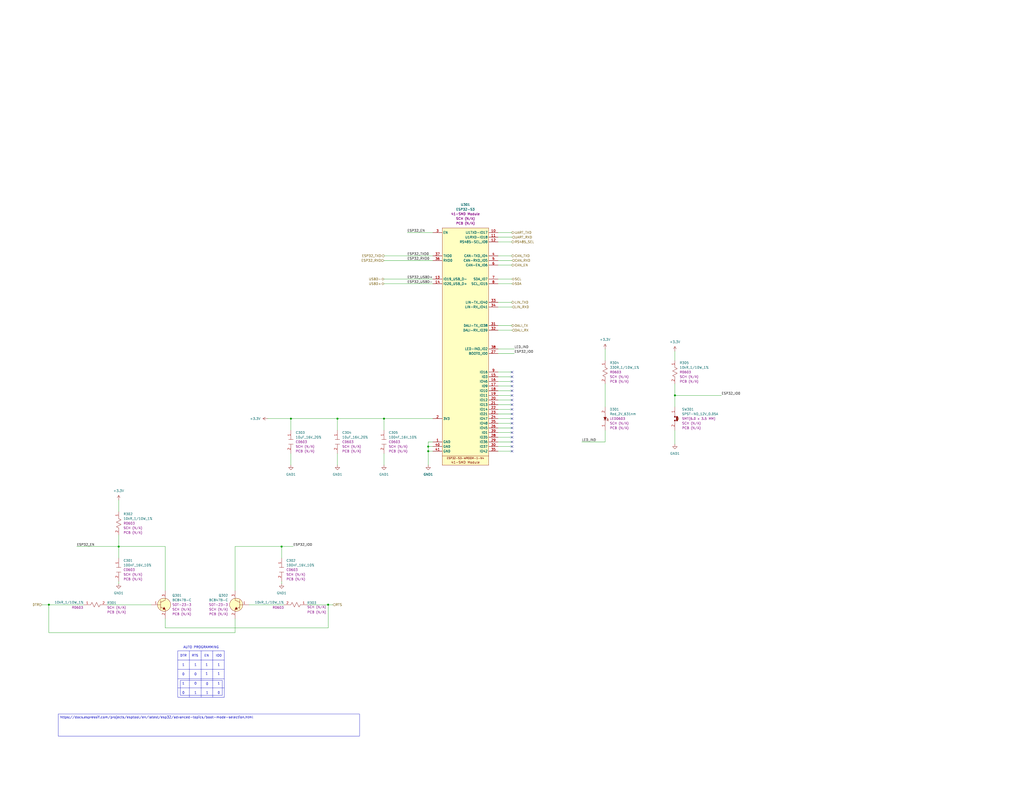
<source format=kicad_sch>
(kicad_sch (version 20231120) (generator "eeschema") (generator_version "8.0")
  (paper "C")
  (title_block (comment 2 "RELEASED"))
  (lib_symbols
    (symbol "_SCHLIB_ESP32-IsoLink:CAP_MLCC_100nF_16V_10%_X7R_C0603" (exclude_from_sim yes)
      (property "Reference" "C" (at 2.794 3.81 0))
      (property "Value" "100nF_16V_10%" (at 2.794 6.096 0))
      (property "Package" "C0603" (at 2.794 11.43 0))
      (property "SCH CHECK" "SCH (N/A)" (at 2.794 16.256 0))
      (property "PCB CHECk" "PCB (N/A)" (at 2.794 19.05 0))
      (symbol "CAP_MLCC_100nF_16V_10%_X7R_C0603_1_1"
        (pin passive line (at 0 0 0) (length 5.08) (name "") (number "1"))
        (pin passive line (at 12.7 0 180) (length 5.08) (name "") (number "2"))
      )
    )
    (symbol "_SCHLIB_ESP32-IsoLink:CAP_MLCC_10uF_16V_20%_X6S_C0603" (exclude_from_sim yes)
      (property "Reference" "C" (at 2.794 3.81 0))
      (property "Value" "10uF_16V_20%" (at 2.794 6.096 0))
      (property "Package" "C0603" (at 2.794 11.43 0))
      (property "SCH CHECK" "SCH (N/A)" (at 2.794 16.256 0))
      (property "PCB CHECk" "PCB (N/A)" (at 2.794 19.05 0))
      (symbol "CAP_MLCC_10uF_16V_20%_X6S_C0603_1_1"
        (pin passive line (at 0 0 0) (length 5.08) (name "") (number "1"))
        (pin passive line (at 12.7 0 180) (length 5.08) (name "") (number "2"))
      )
    )
    (symbol "_SCHLIB_ESP32-IsoLink:DIODE_LED_Red_2V_20mA_631nm_LED0603" (exclude_from_sim yes)
      (property "Reference" "D" (at 2.794 3.81 0))
      (property "Value" "Red_2V_631nm" (at 2.794 6.096 0))
      (property "Package" "LED0603" (at 2.794 11.43 0))
      (property "SCH CHECK" "SCH (N/A)" (at 2.794 16.256 0))
      (property "PCB CHECk" "PCB (N/A)" (at 2.794 19.05 0))
      (symbol "DIODE_LED_Red_2V_20mA_631nm_LED0603_1_1"
        (pin passive line (at 12.7 0 180) (length 5.08) (name "") (number "1"))
        (pin passive line (at 0 0 0) (length 5.08) (name "") (number "2"))
      )
    )
    (symbol "_SCHLIB_ESP32-IsoLink:IC_Tranceivers_ESP32-S3_WiFi 802.11b/g/n_Bluetooth v5.0_41-SMD Module" (exclude_from_sim yes)
      (property "Reference" "U" (at 2.794 3.81 0))
      (property "Value" "ESP32-S3" (at 2.794 6.096 0))
      (property "Package" "41-SMD Module" (at 2.794 11.43 0))
      (property "SCH CHECK" "SCH (N/A)" (at 2.794 16.256 0))
      (property "PCB CHECk" "PCB (N/A)" (at 2.794 19.05 0))
      (symbol "IC_Tranceivers_ESP32-S3_WiFi 802.11b/g/n_Bluetooth v5.0_41-SMD Module_1_1"
        (text "41-SMD Module" (at 12.7 -125.476 0) (effects (font (size 1.27 1.27))))
        (text "ESP32-S3-WROOM-1-N4" (at 12.7 -123.19 0) (effects (font (size 1.016 1.016))))
        (pin passive line (at -5.08 -114.3 0) (length 5.08) (name "GND") (number "1"))
        (pin passive line (at 30.48 0 180) (length 5.08) (name "U1TXD-IO17") (number "10"))
        (pin passive line (at 30.48 -2.54 180) (length 5.08) (name "U1RXD-IO18") (number "11"))
        (pin passive line (at 30.48 -5.08 180) (length 5.08) (name "RS485-SEL_IO8") (number "12"))
        (pin passive line (at -5.08 -25.4 0) (length 5.08) (name "IO19_USB_D-") (number "13"))
        (pin passive line (at -5.08 -27.94 0) (length 5.08) (name "IO20_USB_D+") (number "14"))
        (pin passive line (at 30.48 -78.74 180) (length 5.08) (name "IO3") (number "15"))
        (pin passive line (at 30.48 -81.28 180) (length 5.08) (name "IO46") (number "16"))
        (pin passive line (at 30.48 -83.82 180) (length 5.08) (name "IO9") (number "17"))
        (pin passive line (at 30.48 -86.36 180) (length 5.08) (name "IO10") (number "18"))
        (pin passive line (at 30.48 -88.9 180) (length 5.08) (name "IO11") (number "19"))
        (pin passive line (at -5.08 -101.6 0) (length 5.08) (name "3V3") (number "2"))
        (pin passive line (at 30.48 -91.44 180) (length 5.08) (name "IO12") (number "20"))
        (pin passive line (at 30.48 -93.98 180) (length 5.08) (name "IO13") (number "21"))
        (pin passive line (at 30.48 -96.52 180) (length 5.08) (name "IO14") (number "22"))
        (pin passive line (at 30.48 -99.06 180) (length 5.08) (name "IO21") (number "23"))
        (pin passive line (at 30.48 -101.6 180) (length 5.08) (name "IO47") (number "24"))
        (pin passive line (at 30.48 -104.14 180) (length 5.08) (name "IO48") (number "25"))
        (pin passive line (at 30.48 -106.68 180) (length 5.08) (name "IO45") (number "26"))
        (pin passive line (at 30.48 -66.04 180) (length 5.08) (name "BOOT0_IO0") (number "27"))
        (pin passive line (at 30.48 -111.76 180) (length 5.08) (name "IO35") (number "28"))
        (pin passive line (at 30.48 -114.3 180) (length 5.08) (name "IO36") (number "29"))
        (pin passive line (at -5.08 0 0) (length 5.08) (name "EN") (number "3"))
        (pin passive line (at 30.48 -116.84 180) (length 5.08) (name "IO37") (number "30"))
        (pin passive line (at 30.48 -50.8 180) (length 5.08) (name "DALI-TX_IO38") (number "31"))
        (pin passive line (at 30.48 -53.34 180) (length 5.08) (name "DALI-RX_IO39") (number "32"))
        (pin passive line (at 30.48 -38.1 180) (length 5.08) (name "LIN-TX_IO40") (number "33"))
        (pin passive line (at 30.48 -40.64 180) (length 5.08) (name "LIN-RX_IO41") (number "34"))
        (pin passive line (at 30.48 -119.38 180) (length 5.08) (name "IO42") (number "35"))
        (pin passive line (at -5.08 -15.24 0) (length 5.08) (name "RXD0") (number "36"))
        (pin passive line (at -5.08 -12.7 0) (length 5.08) (name "TXD0") (number "37"))
        (pin passive line (at 30.48 -63.5 180) (length 5.08) (name "LED-IND_IO2") (number "38"))
        (pin passive line (at 30.48 -109.22 180) (length 5.08) (name "IO1") (number "39"))
        (pin passive line (at 30.48 -12.7 180) (length 5.08) (name "CAN-TXD_IO4") (number "4"))
        (pin passive line (at -5.08 -116.84 0) (length 5.08) (name "GND") (number "40"))
        (pin passive line (at -5.08 -119.38 0) (length 5.08) (name "GND") (number "41"))
        (pin passive line (at 30.48 -15.24 180) (length 5.08) (name "CAN-RXD_IO5") (number "5"))
        (pin passive line (at 30.48 -17.78 180) (length 5.08) (name "CAN-EN_IO6") (number "6"))
        (pin passive line (at 30.48 -25.4 180) (length 5.08) (name "SDA_IO7") (number "7"))
        (pin passive line (at 30.48 -27.94 180) (length 5.08) (name "SCL_IO15") (number "8"))
        (pin passive line (at 30.48 -76.2 180) (length 5.08) (name "IO16") (number "9"))
      )
    )
    (symbol "_SCHLIB_ESP32-IsoLink:Q_NPN_BC847B-C_50V_100mA_300 MHz_SOT-23-3" (exclude_from_sim yes)
      (property "Reference" "Q" (at 2.794 3.81 0))
      (property "Value" "BC847B-C" (at 2.794 6.096 0))
      (property "Package" "SOT-23-3" (at 2.794 11.43 0))
      (property "SCH CHECK" "SCH (N/A)" (at 2.794 16.256 0))
      (property "PCB CHECk" "PCB (N/A)" (at 2.794 19.05 0))
      (symbol "Q_NPN_BC847B-C_50V_100mA_300 MHz_SOT-23-3_1_1"
        (pin passive line (at 0 -6.35 0) (length 5.08) (name "") (number "1"))
        (pin passive line (at 7.62 -13.97 90) (length 5.08) (name "") (number "2"))
        (pin passive line (at 7.62 1.27 270) (length 5.08) (name "") (number "3"))
      )
    )
    (symbol "_SCHLIB_ESP32-IsoLink:RES_10kR_1/10W_1%_R0603" (exclude_from_sim yes)
      (property "Reference" "R" (at 2.794 3.81 0))
      (property "Value" "10kR_1/10W_1%" (at 2.794 6.096 0))
      (property "Package" "R0603" (at 2.794 11.43 0))
      (property "SCH CHECK" "SCH (N/A)" (at 2.794 16.256 0))
      (property "PCB CHECk" "PCB (N/A)" (at 2.794 19.05 0))
      (symbol "RES_10kR_1/10W_1%_R0603_1_1"
        (pin passive line (at 0 0 0) (length 3.81) (name "") (number "1"))
        (pin passive line (at 12.7 0 180) (length 3.81) (name "") (number "2"))
      )
    )
    (symbol "_SCHLIB_ESP32-IsoLink:RES_330R_1/10W_1%_R0603" (exclude_from_sim yes)
      (property "Reference" "R" (at 2.794 3.81 0))
      (property "Value" "330R_1/10W_1%" (at 2.794 6.096 0))
      (property "Package" "R0603" (at 2.794 11.43 0))
      (property "SCH CHECK" "SCH (N/A)" (at 2.794 16.256 0))
      (property "PCB CHECk" "PCB (N/A)" (at 2.794 19.05 0))
      (symbol "RES_330R_1/10W_1%_R0603_1_1"
        (pin passive line (at 0 0 0) (length 3.81) (name "") (number "1"))
        (pin passive line (at 12.7 0 180) (length 3.81) (name "") (number "2"))
      )
    )
    (symbol "_SCHLIB_ESP32-IsoLink:SW_SPST-NO_PTS636 SL50 SMTR LFS_12V_0.05A_TOP-ACT_SMT(6.0 x 3.5 MM)" (exclude_from_sim yes)
      (property "Reference" "SW" (at 2.794 3.81 0))
      (property "Value" "SPST-NO_12V_0.05A" (at 2.794 6.096 0))
      (property "Package" "SMT(6.0 x 3.5 MM)" (at 2.794 11.43 0))
      (property "SCH CHECK" "SCH (N/A)" (at 2.794 16.256 0))
      (property "PCB CHECk" "PCB (N/A)" (at 2.794 19.05 0))
      (symbol "SW_SPST-NO_PTS636 SL50 SMTR LFS_12V_0.05A_TOP-ACT_SMT(6.0 x 3.5 MM)_1_1"
        (pin passive line (at 0 0 0) (length 5.08) (name "") (number "1"))
        (pin passive line (at 12.7 0 180) (length 5.08) (name "") (number "2"))
      )
    )
    (symbol "power:+3.3V" (power) (pin_numbers hide) (pin_names (offset 0) hide)
      (property "Value" "+3.3V" (at 0 3.556 0))
      (symbol "+3.3V_1_1"
        (pin power_in line (at 0 0 90) (length 0) (name "~") (number "1"))
      )
    )
    (symbol "power:GND1" (power) (pin_numbers hide) (pin_names (offset 0) hide)
      (property "Value" "GND1" (at 0 -3.81 0))
      (symbol "GND1_1_1"
        (pin power_in line (at 0 0 270) (length 0) (name "~") (number "1"))
      )
    )
  )
  (junction (at 158.75 228.6))
  (junction (at 368.3 215.9))
  (junction (at 184.15 228.6))
  (junction (at 179.07 330.2))
  (junction (at 26.67 330.2))
  (junction (at 153.67 298.45))
  (junction (at 209.55 228.6))
  (junction (at 233.68 243.84))
  (junction (at 233.68 246.38))
  (junction (at 64.77 298.45))
  (no_connect (at 279.4 210.82))
  (no_connect (at 279.4 218.44))
  (no_connect (at 279.4 215.9))
  (no_connect (at 279.4 233.68))
  (no_connect (at 279.4 238.76))
  (no_connect (at 279.4 236.22))
  (no_connect (at 279.4 220.98))
  (no_connect (at 279.4 231.14))
  (no_connect (at 279.4 213.36))
  (no_connect (at 279.4 243.84))
  (no_connect (at 279.4 203.2))
  (no_connect (at 279.4 205.74))
  (no_connect (at 279.4 246.38))
  (no_connect (at 279.4 208.28))
  (no_connect (at 279.4 241.3))
  (no_connect (at 279.4 228.6))
  (no_connect (at 279.4 223.52))
  (no_connect (at 279.4 226.06))
  (wire (pts (xy 279.4 208.28) (xy 271.78 208.28)))
  (wire (pts (xy 279.4 180.34) (xy 271.78 180.34)))
  (wire (pts (xy 209.55 254) (xy 209.55 247.65)))
  (wire (pts (xy 209.55 139.7) (xy 236.22 139.7)))
  (wire (pts (xy 158.75 247.65) (xy 158.75 254)))
  (polyline (pts (xy 97.028 365.506) (xy 122.428 365.506)))
  (wire (pts (xy 90.17 298.45) (xy 90.17 322.58)))
  (wire (pts (xy 279.4 139.7) (xy 271.78 139.7)))
  (wire (pts (xy 22.86 330.2) (xy 26.67 330.2)))
  (wire (pts (xy 236.22 228.6) (xy 209.55 228.6)))
  (wire (pts (xy 279.4 129.54) (xy 271.78 129.54)))
  (wire (pts (xy 330.2 190.5) (xy 330.2 196.85)))
  (wire (pts (xy 222.25 127) (xy 236.22 127)))
  (wire (pts (xy 279.4 241.3) (xy 271.78 241.3)))
  (wire (pts (xy 279.4 223.52) (xy 271.78 223.52)))
  (wire (pts (xy 160.02 298.45) (xy 153.67 298.45)))
  (polyline (pts (xy 116.078 355.346) (xy 116.078 380.746)))
  (wire (pts (xy 271.78 193.04) (xy 280.67 193.04)))
  (wire (pts (xy 279.4 165.1) (xy 271.78 165.1)))
  (wire (pts (xy 153.67 298.45) (xy 128.27 298.45)))
  (wire (pts (xy 368.3 215.9) (xy 368.3 222.25)))
  (wire (pts (xy 279.4 243.84) (xy 271.78 243.84)))
  (wire (pts (xy 330.2 209.55) (xy 330.2 222.25)))
  (wire (pts (xy 368.3 242.57) (xy 368.3 234.95)))
  (wire (pts (xy 279.4 152.4) (xy 271.78 152.4)))
  (wire (pts (xy 135.89 330.2) (xy 154.94 330.2)))
  (wire (pts (xy 233.68 254) (xy 233.68 246.38)))
  (wire (pts (xy 279.4 233.68) (xy 271.78 233.68)))
  (wire (pts (xy 317.5 241.3) (xy 330.2 241.3)))
  (wire (pts (xy 209.55 228.6) (xy 209.55 234.95)))
  (wire (pts (xy 271.78 132.08) (xy 279.4 132.08)))
  (wire (pts (xy 279.4 231.14) (xy 271.78 231.14)))
  (wire (pts (xy 368.3 215.9) (xy 393.7 215.9)))
  (wire (pts (xy 279.4 144.78) (xy 271.78 144.78)))
  (wire (pts (xy 279.4 203.2) (xy 271.78 203.2)))
  (wire (pts (xy 128.27 298.45) (xy 128.27 322.58)))
  (wire (pts (xy 58.42 330.2) (xy 82.55 330.2)))
  (wire (pts (xy 167.64 330.2) (xy 179.07 330.2)))
  (wire (pts (xy 279.4 218.44) (xy 271.78 218.44)))
  (wire (pts (xy 64.77 298.45) (xy 90.17 298.45)))
  (wire (pts (xy 153.67 298.45) (xy 153.67 304.8)))
  (wire (pts (xy 233.68 243.84) (xy 236.22 243.84)))
  (wire (pts (xy 279.4 142.24) (xy 271.78 142.24)))
  (wire (pts (xy 368.3 191.77) (xy 368.3 196.85)))
  (wire (pts (xy 64.77 318.77) (xy 64.77 317.5)))
  (wire (pts (xy 279.4 238.76) (xy 271.78 238.76)))
  (polyline (pts (xy 97.028 360.426) (xy 122.428 360.426)))
  (wire (pts (xy 330.2 234.95) (xy 330.2 241.3)))
  (wire (pts (xy 64.77 298.45) (xy 64.77 304.8)))
  (wire (pts (xy 233.68 241.3) (xy 236.22 241.3)))
  (polyline (pts (xy 103.378 355.346) (xy 103.378 380.746)))
  (wire (pts (xy 279.4 246.38) (xy 271.78 246.38)))
  (wire (pts (xy 279.4 177.8) (xy 271.78 177.8)))
  (wire (pts (xy 279.4 215.9) (xy 271.78 215.9)))
  (wire (pts (xy 153.67 318.77) (xy 153.67 317.5)))
  (polyline (pts (xy 97.028 370.586) (xy 122.428 370.586)))
  (wire (pts (xy 279.4 127) (xy 271.78 127)))
  (wire (pts (xy 158.75 234.95) (xy 158.75 228.6)))
  (wire (pts (xy 279.4 213.36) (xy 271.78 213.36)))
  (wire (pts (xy 90.17 337.82) (xy 90.17 342.9)))
  (wire (pts (xy 26.67 330.2) (xy 45.72 330.2)))
  (wire (pts (xy 279.4 226.06) (xy 271.78 226.06)))
  (wire (pts (xy 368.3 209.55) (xy 368.3 215.9)))
  (polyline (pts (xy 97.028 375.666) (xy 122.428 375.666)))
  (wire (pts (xy 233.68 246.38) (xy 233.68 243.84)))
  (wire (pts (xy 90.17 342.9) (xy 179.07 342.9)))
  (wire (pts (xy 279.4 167.64) (xy 271.78 167.64)))
  (wire (pts (xy 128.27 345.44) (xy 26.67 345.44)))
  (wire (pts (xy 64.77 292.1) (xy 64.77 298.45)))
  (wire (pts (xy 26.67 345.44) (xy 26.67 330.2)))
  (wire (pts (xy 279.4 220.98) (xy 271.78 220.98)))
  (wire (pts (xy 179.07 342.9) (xy 179.07 330.2)))
  (wire (pts (xy 184.15 254) (xy 184.15 247.65)))
  (wire (pts (xy 209.55 142.24) (xy 236.22 142.24)))
  (wire (pts (xy 184.15 234.95) (xy 184.15 228.6)))
  (polyline (pts (xy 109.728 355.346) (xy 109.728 380.746)))
  (wire (pts (xy 279.4 154.94) (xy 271.78 154.94)))
  (wire (pts (xy 158.75 228.6) (xy 184.15 228.6)))
  (wire (pts (xy 209.55 154.94) (xy 236.22 154.94)))
  (wire (pts (xy 184.15 228.6) (xy 209.55 228.6)))
  (wire (pts (xy 233.68 243.84) (xy 233.68 241.3)))
  (wire (pts (xy 41.91 298.45) (xy 64.77 298.45)))
  (wire (pts (xy 279.4 205.74) (xy 271.78 205.74)))
  (wire (pts (xy 271.78 190.5) (xy 280.67 190.5)))
  (wire (pts (xy 279.4 236.22) (xy 271.78 236.22)))
  (wire (pts (xy 146.05 228.6) (xy 158.75 228.6)))
  (wire (pts (xy 179.07 330.2) (xy 181.61 330.2)))
  (wire (pts (xy 209.55 152.4) (xy 236.22 152.4)))
  (wire (pts (xy 64.77 273.05) (xy 64.77 279.4)))
  (wire (pts (xy 233.68 246.38) (xy 236.22 246.38)))
  (wire (pts (xy 279.4 210.82) (xy 271.78 210.82)))
  (wire (pts (xy 279.4 228.6) (xy 271.78 228.6)))
  (wire (pts (xy 128.27 337.82) (xy 128.27 345.44)))
  (rectangle (start 97.028 355.346) (end 122.428 380.746))
  (rectangle (start 98.425 371.475) (end 121.285 379.73))
  (text_box "https://docs.espressif.com/projects/esptool/en/latest/esp32/advanced-topics/boot-mode-selection.html" (at 31.75 389.89 0) (size 164.465 12.065) (effects (font (size 1.27 1.27)) (justify left top)))
  (text "1" (at 112.776 368.046 0) (effects (font (size 1.27 1.27))))
  (text "0" (at 100.076 368.3 0) (effects (font (size 1.27 1.27))))
  (text "IO0" (at 119.38 358.14 0) (effects (font (size 1.27 1.27))))
  (text "1" (at 119.38 363.22 0) (effects (font (size 1.27 1.27))))
  (text "1" (at 106.68 363.22 0) (effects (font (size 1.27 1.27))))
  (text "DTR" (at 100.076 358.14 0) (effects (font (size 1.27 1.27))))
  (text "1" (at 100.076 363.22 0) (effects (font (size 1.27 1.27))))
  (text "RTS" (at 106.426 358.14 0) (effects (font (size 1.27 1.27))))
  (text "1" (at 113.03 378.46 0) (effects (font (size 1.27 1.27))))
  (text "1" (at 119.38 373.38 0) (effects (font (size 1.27 1.27))))
  (text "0" (at 100.076 378.46 0) (effects (font (size 1.27 1.27))))
  (text "1" (at 106.68 378.46 0) (effects (font (size 1.27 1.27))))
  (text "1" (at 112.776 363.22 0) (effects (font (size 1.27 1.27))))
  (text "AUTO PROGRAMMING" (at 109.728 353.568 0) (effects (font (size 1.27 1.27))))
  (text "0" (at 113.03 373.634 0) (effects (font (size 1.27 1.27))))
  (text "1" (at 119.38 368.046 0) (effects (font (size 1.27 1.27))))
  (text "EN" (at 112.776 358.14 0) (effects (font (size 1.27 1.27))))
  (text "0" (at 119.38 378.46 0) (effects (font (size 1.27 1.27))))
  (text "0" (at 106.68 373.38 0) (effects (font (size 1.27 1.27))))
  (text "0" (at 106.68 368.3 0) (effects (font (size 1.27 1.27))))
  (text "1" (at 100.076 373.38 0) (effects (font (size 1.27 1.27))))
  (label "ESP32_IO0" (at 280.67 193.04 0))
  (label "ESP32_USBD-" (at 222.25 154.94 0))
  (label "ESP32_IO0" (at 160.02 298.45 0))
  (label "ESP32_USBD+" (at 222.25 152.4 0))
  (label "LED_IND" (at 280.67 190.5 0))
  (label "ESP32_IO0" (at 393.7 215.9 0))
  (label "LED_IND" (at 317.5 241.3 0))
  (label "ESP32_TXD0" (at 222.25 139.7 0))
  (label "ESP32_RXD0" (at 222.25 142.24 0))
  (label "ESP32_EN" (at 41.91 298.45 0))
  (label "ESP32_EN" (at 222.25 127 0))
  (hierarchical_label "RS485_SEL" (shape output) (at 279.4 132.08 0))
  (hierarchical_label "DTR" (shape input) (at 22.86 330.2 180))
  (hierarchical_label "SCL" (shape bidirectional) (at 279.4 152.4 0))
  (hierarchical_label "CAN_TXD" (shape output) (at 279.4 139.7 0))
  (hierarchical_label "CAN_EN" (shape output) (at 279.4 144.78 0))
  (hierarchical_label "UART_TXD" (shape output) (at 279.4 127 0))
  (hierarchical_label "UART_RXD" (shape input) (at 279.4 129.54 0))
  (hierarchical_label "LIN_TXD" (shape output) (at 279.4 165.1 0))
  (hierarchical_label "DALI_RX" (shape input) (at 279.4 180.34 0))
  (hierarchical_label "ESP32_TXD" (shape output) (at 209.55 139.7 180))
  (hierarchical_label "CAN_RXD" (shape input) (at 279.4 142.24 0))
  (hierarchical_label "SDA" (shape bidirectional) (at 279.4 154.94 0))
  (hierarchical_label "USBD-" (shape bidirectional) (at 209.55 152.4 180))
  (hierarchical_label "DALI_TX" (shape output) (at 279.4 177.8 0))
  (hierarchical_label "ESP32_RXD" (shape input) (at 209.55 142.24 180))
  (hierarchical_label "RTS" (shape input) (at 181.61 330.2 0))
  (hierarchical_label "USBD+" (shape bidirectional) (at 209.55 154.94 180))
  (hierarchical_label "LIN_RXD" (shape input) (at 279.4 167.64 0))
  (symbol (lib_id "power:+3.3V") (at 146.05 228.6 90) (unit 1)
    (property "Reference" "#PWR0303" (effects (hide yes)))
    (property "Value" "+3.3V" (at 142.24 228.5999 90) (effects (justify left)))
    (property "Description" "Power symbol creates a global label with name \"+3.3V\"" (effects (hide yes)))
  )
  (symbol (lib_id "_SCHLIB_ESP32-IsoLink:IC_Tranceivers_ESP32-S3_WiFi 802.11b/g/n_Bluetooth v5.0_41-SMD Module") (at 241.3 127 0) (unit 1) (exclude_from_sim yes)
    (property "Reference" "U301" (at 254 111.76 0))
    (property "Value" "ESP32-S3" (at 254 114.3 0))
    (property "Footprint" "_PCBLIB_ESP32-IsoLink:XCVR_ESP32-S3-WROOM-1-N4" (effects (hide yes)))
    (property "Datasheet" "https://www.espressif.com/sites/default/files/documentation/esp32-s3-wroom-1_wroom-1u_datasheet_en.pdf" (effects (hide yes)))
    (property "Description" "Bluetooth, WiFi 802.11b/g/n, Bluetooth v5.0 Transceiver Module 2.4GHz PCB Trace Surface Mount" (effects (hide yes)))
    (property "Package" "41-SMD Module" (at 254 116.84 0))
    (property "Manufacturer 1" "Espressif Systems" (effects (hide yes)))
    (property "MPN 1" "ESP32-S3-WROOM-1-N4R2" (effects (hide yes)))
    (property "Vendor 1 Part# - TR" "1965-ESP32-S3-WROOM-1-N4R2TR-ND" (effects (hide yes)))
    (property "Vendor 1 Part# - CT" "1965-ESP32-S3-WROOM-1-N4R2CT-ND" (effects (hide yes)))
    (property "Vendor 1" "Digikey" (effects (hide yes)))
    (property "Purchase Link 1" "https://www.digikey.ca/en/products/detail/espressif-systems/ESP32-S3-WROOM-1-N4R2/16162643" (effects (hide yes)))
    (property "Manufacturer 2" "Espressif Systems" (effects (hide yes)))
    (property "MPN 2" "ESP32-S3-WROOM-1-N4R2" (effects (hide yes)))
    (property "Vendor 2 Part# - TR" "C2913203" (effects (hide yes)))
    (property "Vendor 2 Part# - CT" "C2913203" (effects (hide yes)))
    (property "Vendor 2" "LCSC Electronics" (effects (hide yes)))
    (property "Purchase Link 2" "https://www.lcsc.com/product-detail/WiFi-Modules_Espressif-Systems-ESP32-S3-WROOM-1-N4R2_C2913203.html?s_z=n_ESP32-S3-WROOM-1-N4" (effects (hide yes)))
    (property "SCH CHECK" "SCH (N/A)" (at 254 119.38 0))
    (property "PCB CHECk" "PCB (N/A)" (at 254 121.92 0))
  )
  (symbol (lib_id "_SCHLIB_ESP32-IsoLink:RES_10kR_1/10W_1%_R0603") (at 45.72 330.2 0) (unit 1) (exclude_from_sim yes)
    (property "Reference" "R301" (at 58.42 329.184 0) (effects (justify left)))
    (property "Value" "10kR_1/10W_1%" (at 29.718 328.93 0) (effects (justify left)))
    (property "Footprint" "_PCBLIB_ESP32-IsoLink:R_0603_1608Metric" (effects (hide yes)))
    (property "Datasheet" "https://industrial.panasonic.com/cdbs/www-data/pdf/RDA0000/AOA0000C304.pdf" (effects (hide yes)))
    (property "Description" "10 kOhms ±1% 0.1W, 1/10W Chip Resistor 0603 (1608 Metric) Automotive AEC-Q200 Thick Film" (effects (hide yes)))
    (property "Package" "R0603" (at 39.116 331.724 0) (effects (justify left)))
    (property "Manufacturer 1" "Panasonic Electronic Components" (effects (hide yes)))
    (property "MPN 1" "ERJ-3EKF1002V" (effects (hide yes)))
    (property "Vendor 1 Part# - TR" "P10.0KHTR-ND" (effects (hide yes)))
    (property "Vendor 1 Part# - CT" "P10.0KHCT-ND" (effects (hide yes)))
    (property "Vendor 1" "Digikey" (effects (hide yes)))
    (property "Purchase Link 1" "https://www.digikey.ca/en/products/detail/panasonic-electronic-components/ERJ-3EKF1002V/196066" (effects (hide yes)))
    (property "Manufacturer 2" "YAGEO" (effects (hide yes)))
    (property "MPN 2" "RC0603FR-0710KL" (effects (hide yes)))
    (property "Vendor 2 Part# - TR" "C98220" (effects (hide yes)))
    (property "Vendor 2 Part# - CT" "C98220" (effects (hide yes)))
    (property "Vendor 2" "LCSC Electronics" (effects (hide yes)))
    (property "Purchase Link 2" "https://www.lcsc.com/product-detail/Chip-Resistor-Surface-Mount_YAGEO-RC0603FR-0710KL_C98220.html" (effects (hide yes)))
    (property "SCH CHECK" "SCH (N/A)" (at 58.42 331.724 0) (effects (justify left)))
    (property "PCB CHECk" "PCB (N/A)" (at 58.42 334.264 0) (effects (justify left)))
  )
  (symbol (lib_id "_SCHLIB_ESP32-IsoLink:RES_10kR_1/10W_1%_R0603") (at 368.3 196.85 270) (unit 1) (exclude_from_sim yes)
    (property "Reference" "R305" (at 370.84 198.1199 90) (effects (justify left)))
    (property "Value" "10kR_1/10W_1%" (at 370.84 200.6599 90) (effects (justify left)))
    (property "Footprint" "_PCBLIB_ESP32-IsoLink:R_0603_1608Metric" (effects (hide yes)))
    (property "Datasheet" "https://industrial.panasonic.com/cdbs/www-data/pdf/RDA0000/AOA0000C304.pdf" (effects (hide yes)))
    (property "Description" "10 kOhms ±1% 0.1W, 1/10W Chip Resistor 0603 (1608 Metric) Automotive AEC-Q200 Thick Film" (effects (hide yes)))
    (property "Package" "R0603" (at 370.84 203.1999 90) (effects (justify left)))
    (property "Manufacturer 1" "Panasonic Electronic Components" (effects (hide yes)))
    (property "MPN 1" "ERJ-3EKF1002V" (effects (hide yes)))
    (property "Vendor 1 Part# - TR" "P10.0KHTR-ND" (effects (hide yes)))
    (property "Vendor 1 Part# - CT" "P10.0KHCT-ND" (effects (hide yes)))
    (property "Vendor 1" "Digikey" (effects (hide yes)))
    (property "Purchase Link 1" "https://www.digikey.ca/en/products/detail/panasonic-electronic-components/ERJ-3EKF1002V/196066" (effects (hide yes)))
    (property "Manufacturer 2" "YAGEO" (effects (hide yes)))
    (property "MPN 2" "RC0603FR-0710KL" (effects (hide yes)))
    (property "Vendor 2 Part# - TR" "C98220" (effects (hide yes)))
    (property "Vendor 2 Part# - CT" "C98220" (effects (hide yes)))
    (property "Vendor 2" "LCSC Electronics" (effects (hide yes)))
    (property "Purchase Link 2" "https://www.lcsc.com/product-detail/Chip-Resistor-Surface-Mount_YAGEO-RC0603FR-0710KL_C98220.html" (effects (hide yes)))
    (property "SCH CHECK" "SCH (N/A)" (at 370.84 205.7399 90) (effects (justify left)))
    (property "PCB CHECk" "PCB (N/A)" (at 370.84 208.2799 90) (effects (justify left)))
  )
  (symbol (lib_id "power:GND1") (at 233.68 254 0) (unit 1)
    (property "Reference" "#PWR0308" (effects (hide yes)))
    (property "Value" "GND1" (at 233.68 259.08 0))
    (property "Description" "Power symbol creates a global label with name \"GND1\" , ground" (effects (hide yes)))
  )
  (symbol (lib_id "_SCHLIB_ESP32-IsoLink:CAP_MLCC_100nF_16V_10%_X7R_C0603") (at 64.77 304.8 270) (unit 1) (exclude_from_sim yes)
    (property "Reference" "C301" (at 67.31 306.0699 90) (effects (justify left)))
    (property "Value" "100nF_16V_10%" (at 67.31 308.6099 90) (effects (justify left)))
    (property "Footprint" "_PCBLIB_ESP32-IsoLink:C_0603_1608Metric" (effects (hide yes)))
    (property "Datasheet" "https://mm.digikey.com/Volume0/opasdata/d220001/medias/docus/609/CL10B104KO8NNNC_Spec.pdf" (effects (hide yes)))
    (property "Description" "0.1 µF ±10% 16V Ceramic Capacitor X7R 0603 (1608 Metric)" (effects (hide yes)))
    (property "Package" "C0603" (at 67.31 311.1499 90) (effects (justify left)))
    (property "Manufacturer 1" "Samsung Electro-Mechanics" (effects (hide yes)))
    (property "MPN 1" "CL10B104KO8NNNC" (effects (hide yes)))
    (property "Vendor 1 Part# - TR" "1276-1005-2-ND" (effects (hide yes)))
    (property "Vendor 1 Part# - CT" "1276-1005-1-ND" (effects (hide yes)))
    (property "Vendor 1" "Digikey" (effects (hide yes)))
    (property "Purchase Link 1" "https://www.digikey.ca/en/products/detail/samsung-electro-mechanics/CL10B104KO8NNNC/3886663" (effects (hide yes)))
    (property "Manufacturer 2" "Samsung Electro-Mechanics" (effects (hide yes)))
    (property "MPN 2" "CL10B104KO8NNNC" (effects (hide yes)))
    (property "Vendor 2 Part# - TR" "C66501" (effects (hide yes)))
    (property "Vendor 2 Part# - CT" "C66501" (effects (hide yes)))
    (property "Vendor 2" "LCSC Electronics" (effects (hide yes)))
    (property "Purchase Link 2" "https://www.lcsc.com/product-detail/Multilayer-Ceramic-Capacitors-MLCC-SMD-SMT_Samsung-Electro-Mechanics-CL10B104KO8NNNC_C66501.html?s_z=n_CL10B104KO8NNNC" (effects (hide yes)))
    (property "SCH CHECK" "SCH (N/A)" (at 67.31 313.6899 90) (effects (justify left)))
    (property "PCB CHECk" "PCB (N/A)" (at 67.31 316.2299 90) (effects (justify left)))
  )
  (symbol (lib_id "power:GND1") (at 158.75 254 0) (unit 1)
    (property "Reference" "#PWR0305" (effects (hide yes)))
    (property "Value" "GND1" (at 158.75 259.08 0))
    (property "Description" "Power symbol creates a global label with name \"GND1\" , ground" (effects (hide yes)))
  )
  (symbol (lib_id "_SCHLIB_ESP32-IsoLink:Q_NPN_BC847B-C_50V_100mA_300 MHz_SOT-23-3") (at 82.55 323.85 0) (unit 1) (exclude_from_sim yes)
    (property "Reference" "Q301" (at 93.98 325.1199 0) (effects (justify left)))
    (property "Value" "BC847B-C" (at 93.98 327.6599 0) (effects (justify left)))
    (property "Footprint" "_PCBLIB_ESP32-IsoLink:SOT-23-3" (effects (hide yes)))
    (property "Datasheet" "https://diotec.com/request/datasheet/bc846.pdf" (effects (hide yes)))
    (property "Description" "Bipolar (BJT) Transistor NPN 50 V 100 mA 300MHz 200 mW Surface Mount SOT-23-3 (TO-236)" (effects (hide yes)))
    (property "Package" "SOT-23-3" (at 93.98 330.1999 0) (effects (justify left)))
    (property "Manufacturer 1" "Diotec Semiconductor" (effects (hide yes)))
    (property "MPN 1" "BC847B-C" (effects (hide yes)))
    (property "Vendor 1 Part# - TR" "4878-BC847B-CTR-ND" (effects (hide yes)))
    (property "Vendor 1 Part# - CT" "4878-BC847B-CCT-ND" (effects (hide yes)))
    (property "Vendor 1" "Digikey" (effects (hide yes)))
    (property "Purchase Link 1" "https://www.digikey.ca/en/products/detail/diotec-semiconductor/BC847B-C/22192622" (effects (hide yes)))
    (property "Manufacturer 2" "Nexperia" (effects (hide yes)))
    (property "MPN 2" "BC847C,215" (effects (hide yes)))
    (property "Vendor 2 Part# - TR" "C8664" (effects (hide yes)))
    (property "Vendor 2 Part# - CT" "C8664" (effects (hide yes)))
    (property "Vendor 2" "LCSC Electronics" (effects (hide yes)))
    (property "Purchase Link 2" "https://www.lcsc.com/product-detail/Bipolar-BJT_Nexperia-BC847C-215_C8664.html?s_z=n_BC847" (effects (hide yes)))
    (property "SCH CHECK" "SCH (N/A)" (at 93.98 332.7399 0) (effects (justify left)))
    (property "PCB CHECk" "PCB (N/A)" (at 93.98 335.2799 0) (effects (justify left)))
  )
  (symbol (lib_id "power:+3.3V") (at 330.2 190.5 0) (unit 1)
    (property "Reference" "#PWR0309" (effects (hide yes)))
    (property "Value" "+3.3V" (at 330.2 185.42 0))
    (property "Description" "Power symbol creates a global label with name \"+3.3V\"" (effects (hide yes)))
  )
  (symbol (lib_id "_SCHLIB_ESP32-IsoLink:DIODE_LED_Red_2V_20mA_631nm_LED0603") (at 330.2 222.25 270) (unit 1) (exclude_from_sim yes)
    (property "Reference" "D301" (at 332.74 223.5199 90) (effects (justify left)))
    (property "Value" "Red_2V_631nm" (at 332.74 226.0599 90) (effects (justify left)))
    (property "Footprint" "_PCBLIB_ESP32-IsoLink:LED_0603_1608Metric" (effects (hide yes)))
    (property "Datasheet" "https://mm.digikey.com/Volume0/opasdata/d220001/medias/docus/3667/B1931URO-20D000114U1930.pdf" (effects (hide yes)))
    (property "Description" "Red 631nm LED Indication - Discrete 2V 0603 (1608 Metric)" (effects (hide yes)))
    (property "Package" "LED0603" (at 332.74 228.5999 90) (effects (justify left)))
    (property "Manufacturer 1" "Harvatek Corporation" (effects (hide yes)))
    (property "MPN 1" "B1931URO-20D000114U1930" (effects (hide yes)))
    (property "Vendor 1 Part# - TR" "3147-B1931URO-20D000114U1930TR-ND" (effects (hide yes)))
    (property "Vendor 1 Part# - CT" "3147-B1931URO-20D000114U1930CT-ND" (effects (hide yes)))
    (property "Vendor 1" "Digikey" (effects (hide yes)))
    (property "Purchase Link 1" "https://www.digikey.ca/en/products/detail/harvatek-corporation/B1931URO-20D000114U1930/15910603" (effects (hide yes)))
    (property "Manufacturer 2" "XINGLIGHT" (effects (hide yes)))
    (property "MPN 2" "XL-1608SURC-06" (effects (hide yes)))
    (property "Vendor 2 Part# - TR" "C965799" (effects (hide yes)))
    (property "Vendor 2 Part# - CT" "C965799" (effects (hide yes)))
    (property "Vendor 2" "LCSC Electronics" (effects (hide yes)))
    (property "Purchase Link 2" "https://www.lcsc.com/product-detail/LED-Indication-Discrete_XINGLIGHT-XL-1608SURC-06_C965799.html?s_z=n_LED" (effects (hide yes)))
    (property "SCH CHECK" "SCH (N/A)" (at 332.74 231.1399 90) (effects (justify left)))
    (property "PCB CHECk" "PCB (N/A)" (at 332.74 233.6799 90) (effects (justify left)))
  )
  (symbol (lib_id "_SCHLIB_ESP32-IsoLink:CAP_MLCC_10uF_16V_20%_X6S_C0603") (at 158.75 234.95 270) (unit 1) (exclude_from_sim yes)
    (property "Reference" "C303" (at 161.29 236.2199 90) (effects (justify left)))
    (property "Value" "10uF_16V_20%" (at 161.29 238.7599 90) (effects (justify left)))
    (property "Footprint" "_PCBLIB_ESP32-IsoLink:C_0603_1608Metric" (effects (hide yes)))
    (property "Datasheet" "https://mm.digikey.com/Volume0/opasdata/d220001/medias/docus/43/CL10X106MO8NRNC_Spec.pdf" (effects (hide yes)))
    (property "Description" "10 µF ±20% 16V Ceramic Capacitor X6S 0603 (1608 Metric)" (effects (hide yes)))
    (property "Package" "C0603" (at 161.29 241.2999 90) (effects (justify left)))
    (property "Manufacturer 1" "Samsung Electro-Mechanics" (effects (hide yes)))
    (property "MPN 1" "CL10X106MO8NRNC" (effects (hide yes)))
    (property "Vendor 1 Part# - TR" "1276-6769-2-ND" (effects (hide yes)))
    (property "Vendor 1 Part# - CT" "1276-6769-1-ND" (effects (hide yes)))
    (property "Vendor 1" "Digikey" (effects (hide yes)))
    (property "Purchase Link 1" "https://www.digikey.ca/en/products/detail/samsung-electro-mechanics/CL10X106MO8NRNC/5961253" (effects (hide yes)))
    (property "Manufacturer 2" "Samsung Electro-Mechanics" (effects (hide yes)))
    (property "MPN 2" "CL10X106MO8NRNC" (effects (hide yes)))
    (property "Vendor 2 Part# - TR" "C3039688" (effects (hide yes)))
    (property "Vendor 2 Part# - CT" "C3039688" (effects (hide yes)))
    (property "Vendor 2" "LCSC Electronics" (effects (hide yes)))
    (property "Purchase Link 2" "https://www.lcsc.com/product-detail/Multilayer-Ceramic-Capacitors-MLCC-SMD-SMT_Samsung-Electro-Mechanics-CL10X106MO8NRNC_C3039688.html?s_z=n_CL10X106MO8NRNC" (effects (hide yes)))
    (property "SCH CHECK" "SCH (N/A)" (at 161.29 243.8399 90) (effects (justify left)))
    (property "PCB CHECk" "PCB (N/A)" (at 161.29 246.3799 90) (effects (justify left)))
  )
  (symbol (lib_id "_SCHLIB_ESP32-IsoLink:RES_330R_1/10W_1%_R0603") (at 330.2 196.85 270) (unit 1) (exclude_from_sim yes)
    (property "Reference" "R304" (at 332.74 198.1199 90) (effects (justify left)))
    (property "Value" "330R_1/10W_1%" (at 332.74 200.6599 90) (effects (justify left)))
    (property "Footprint" "_PCBLIB_ESP32-IsoLink:R_0603_1608Metric" (effects (hide yes)))
    (property "Datasheet" "https://www.te.com/usa-en/product-1622918-1.datasheet.pdf" (effects (hide yes)))
    (property "Description" "330 Ohms ±1% 0.1W, 1/10W Chip Resistor 0603 (1608 Metric) Thick Film" (effects (hide yes)))
    (property "Package" "R0603" (at 332.74 203.1999 90) (effects (justify left)))
    (property "Manufacturer 1" "TE Connectivity Passive Product" (effects (hide yes)))
    (property "MPN 1" "CRG0603F330R" (effects (hide yes)))
    (property "Vendor 1 Part# - TR" "A121525TR-ND" (effects (hide yes)))
    (property "Vendor 1 Part# - CT" "A121525CT-ND" (effects (hide yes)))
    (property "Vendor 1" "Digikey" (effects (hide yes)))
    (property "Purchase Link 1" "https://www.digikey.ca/en/products/detail/te-connectivity-passive-product/CRG0603F330R/2380765" (effects (hide yes)))
    (property "Manufacturer 2" "YAGEO" (effects (hide yes)))
    (property "MPN 2" "RC0603FR-07330RL" (effects (hide yes)))
    (property "Vendor 2 Part# - TR" "C105881" (effects (hide yes)))
    (property "Vendor 2 Part# - CT" "C105881" (effects (hide yes)))
    (property "Vendor 2" "LCSC Electronics" (effects (hide yes)))
    (property "Purchase Link 2" "https://www.lcsc.com/product-detail/Chip-Resistor-Surface-Mount_YAGEO-RC0603FR-07330RL_C105881.html" (effects (hide yes)))
    (property "SCH CHECK" "SCH (N/A)" (at 332.74 205.7399 90) (effects (justify left)))
    (property "PCB CHECk" "PCB (N/A)" (at 332.74 208.2799 90) (effects (justify left)))
  )
  (symbol (lib_id "power:GND1") (at 64.77 318.77 0) (unit 1)
    (property "Reference" "#PWR0302" (effects (hide yes)))
    (property "Value" "GND1" (at 64.77 323.85 0))
    (property "Description" "Power symbol creates a global label with name \"GND1\" , ground" (effects (hide yes)))
  )
  (symbol (lib_id "_SCHLIB_ESP32-IsoLink:RES_10kR_1/10W_1%_R0603") (at 167.64 330.2 180) (unit 1) (exclude_from_sim yes)
    (property "Reference" "R303" (at 172.72 329.184 0) (effects (justify left)))
    (property "Value" "10kR_1/10W_1%" (at 154.94 328.93 0) (effects (justify left)))
    (property "Footprint" "_PCBLIB_ESP32-IsoLink:R_0603_1608Metric" (effects (hide yes)))
    (property "Datasheet" "https://industrial.panasonic.com/cdbs/www-data/pdf/RDA0000/AOA0000C304.pdf" (effects (hide yes)))
    (property "Description" "10 kOhms ±1% 0.1W, 1/10W Chip Resistor 0603 (1608 Metric) Automotive AEC-Q200 Thick Film" (effects (hide yes)))
    (property "Package" "R0603" (at 154.94 331.724 0) (effects (justify left)))
    (property "Manufacturer 1" "Panasonic Electronic Components" (effects (hide yes)))
    (property "MPN 1" "ERJ-3EKF1002V" (effects (hide yes)))
    (property "Vendor 1 Part# - TR" "P10.0KHTR-ND" (effects (hide yes)))
    (property "Vendor 1 Part# - CT" "P10.0KHCT-ND" (effects (hide yes)))
    (property "Vendor 1" "Digikey" (effects (hide yes)))
    (property "Purchase Link 1" "https://www.digikey.ca/en/products/detail/panasonic-electronic-components/ERJ-3EKF1002V/196066" (effects (hide yes)))
    (property "Manufacturer 2" "YAGEO" (effects (hide yes)))
    (property "MPN 2" "RC0603FR-0710KL" (effects (hide yes)))
    (property "Vendor 2 Part# - TR" "C98220" (effects (hide yes)))
    (property "Vendor 2 Part# - CT" "C98220" (effects (hide yes)))
    (property "Vendor 2" "LCSC Electronics" (effects (hide yes)))
    (property "Purchase Link 2" "https://www.lcsc.com/product-detail/Chip-Resistor-Surface-Mount_YAGEO-RC0603FR-0710KL_C98220.html" (effects (hide yes)))
    (property "SCH CHECK" "SCH (N/A)" (at 178.054 331.47 0) (effects (justify left)))
    (property "PCB CHECk" "PCB (N/A)" (at 178.054 334.264 0) (effects (justify left)))
  )
  (symbol (lib_id "power:GND1") (at 209.55 254 0) (unit 1)
    (property "Reference" "#PWR0307" (effects (hide yes)))
    (property "Value" "GND1" (at 209.55 259.08 0))
    (property "Description" "Power symbol creates a global label with name \"GND1\" , ground" (effects (hide yes)))
  )
  (symbol (lib_id "power:GND1") (at 368.3 242.57 0) (unit 1)
    (property "Reference" "#PWR0311" (effects (hide yes)))
    (property "Value" "GND1" (at 368.3 247.65 0))
    (property "Description" "Power symbol creates a global label with name \"GND1\" , ground" (effects (hide yes)))
  )
  (symbol (lib_id "power:+3.3V") (at 368.3 191.77 0) (unit 1)
    (property "Reference" "#PWR0310" (effects (hide yes)))
    (property "Value" "+3.3V" (at 368.3 186.69 0))
    (property "Description" "Power symbol creates a global label with name \"+3.3V\"" (effects (hide yes)))
  )
  (symbol (lib_id "power:+3.3V") (at 64.77 273.05 0) (unit 1)
    (property "Reference" "#PWR0301" (effects (hide yes)))
    (property "Value" "+3.3V" (at 64.77 267.97 0))
    (property "Description" "Power symbol creates a global label with name \"+3.3V\"" (effects (hide yes)))
  )
  (symbol (lib_id "_SCHLIB_ESP32-IsoLink:CAP_MLCC_10uF_16V_20%_X6S_C0603") (at 184.15 234.95 270) (unit 1) (exclude_from_sim yes)
    (property "Reference" "C304" (at 186.69 236.2199 90) (effects (justify left)))
    (property "Value" "10uF_16V_20%" (at 186.69 238.7599 90) (effects (justify left)))
    (property "Footprint" "_PCBLIB_ESP32-IsoLink:C_0603_1608Metric" (effects (hide yes)))
    (property "Datasheet" "https://mm.digikey.com/Volume0/opasdata/d220001/medias/docus/43/CL10X106MO8NRNC_Spec.pdf" (effects (hide yes)))
    (property "Description" "10 µF ±20% 16V Ceramic Capacitor X6S 0603 (1608 Metric)" (effects (hide yes)))
    (property "Package" "C0603" (at 186.69 241.2999 90) (effects (justify left)))
    (property "Manufacturer 1" "Samsung Electro-Mechanics" (effects (hide yes)))
    (property "MPN 1" "CL10X106MO8NRNC" (effects (hide yes)))
    (property "Vendor 1 Part# - TR" "1276-6769-2-ND" (effects (hide yes)))
    (property "Vendor 1 Part# - CT" "1276-6769-1-ND" (effects (hide yes)))
    (property "Vendor 1" "Digikey" (effects (hide yes)))
    (property "Purchase Link 1" "https://www.digikey.ca/en/products/detail/samsung-electro-mechanics/CL10X106MO8NRNC/5961253" (effects (hide yes)))
    (property "Manufacturer 2" "Samsung Electro-Mechanics" (effects (hide yes)))
    (property "MPN 2" "CL10X106MO8NRNC" (effects (hide yes)))
    (property "Vendor 2 Part# - TR" "C3039688" (effects (hide yes)))
    (property "Vendor 2 Part# - CT" "C3039688" (effects (hide yes)))
    (property "Vendor 2" "LCSC Electronics" (effects (hide yes)))
    (property "Purchase Link 2" "https://www.lcsc.com/product-detail/Multilayer-Ceramic-Capacitors-MLCC-SMD-SMT_Samsung-Electro-Mechanics-CL10X106MO8NRNC_C3039688.html?s_z=n_CL10X106MO8NRNC" (effects (hide yes)))
    (property "SCH CHECK" "SCH (N/A)" (at 186.69 243.8399 90) (effects (justify left)))
    (property "PCB CHECk" "PCB (N/A)" (at 186.69 246.3799 90) (effects (justify left)))
  )
  (symbol (lib_id "_SCHLIB_ESP32-IsoLink:CAP_MLCC_100nF_16V_10%_X7R_C0603") (at 153.67 304.8 270) (unit 1) (exclude_from_sim yes)
    (property "Reference" "C302" (at 156.21 306.0699 90) (effects (justify left)))
    (property "Value" "100nF_16V_10%" (at 156.21 308.6099 90) (effects (justify left)))
    (property "Footprint" "_PCBLIB_ESP32-IsoLink:C_0603_1608Metric" (effects (hide yes)))
    (property "Datasheet" "https://mm.digikey.com/Volume0/opasdata/d220001/medias/docus/609/CL10B104KO8NNNC_Spec.pdf" (effects (hide yes)))
    (property "Description" "0.1 µF ±10% 16V Ceramic Capacitor X7R 0603 (1608 Metric)" (effects (hide yes)))
    (property "Package" "C0603" (at 156.21 311.1499 90) (effects (justify left)))
    (property "Manufacturer 1" "Samsung Electro-Mechanics" (effects (hide yes)))
    (property "MPN 1" "CL10B104KO8NNNC" (effects (hide yes)))
    (property "Vendor 1 Part# - TR" "1276-1005-2-ND" (effects (hide yes)))
    (property "Vendor 1 Part# - CT" "1276-1005-1-ND" (effects (hide yes)))
    (property "Vendor 1" "Digikey" (effects (hide yes)))
    (property "Purchase Link 1" "https://www.digikey.ca/en/products/detail/samsung-electro-mechanics/CL10B104KO8NNNC/3886663" (effects (hide yes)))
    (property "Manufacturer 2" "Samsung Electro-Mechanics" (effects (hide yes)))
    (property "MPN 2" "CL10B104KO8NNNC" (effects (hide yes)))
    (property "Vendor 2 Part# - TR" "C66501" (effects (hide yes)))
    (property "Vendor 2 Part# - CT" "C66501" (effects (hide yes)))
    (property "Vendor 2" "LCSC Electronics" (effects (hide yes)))
    (property "Purchase Link 2" "https://www.lcsc.com/product-detail/Multilayer-Ceramic-Capacitors-MLCC-SMD-SMT_Samsung-Electro-Mechanics-CL10B104KO8NNNC_C66501.html?s_z=n_CL10B104KO8NNNC" (effects (hide yes)))
    (property "SCH CHECK" "SCH (N/A)" (at 156.21 313.6899 90) (effects (justify left)))
    (property "PCB CHECk" "PCB (N/A)" (at 156.21 316.2299 90) (effects (justify left)))
  )
  (symbol (lib_id "_SCHLIB_ESP32-IsoLink:CAP_MLCC_100nF_16V_10%_X7R_C0603") (at 209.55 234.95 270) (unit 1) (exclude_from_sim yes)
    (property "Reference" "C305" (at 212.09 236.2199 90) (effects (justify left)))
    (property "Value" "100nF_16V_10%" (at 212.09 238.7599 90) (effects (justify left)))
    (property "Footprint" "_PCBLIB_ESP32-IsoLink:C_0603_1608Metric" (effects (hide yes)))
    (property "Datasheet" "https://mm.digikey.com/Volume0/opasdata/d220001/medias/docus/609/CL10B104KO8NNNC_Spec.pdf" (effects (hide yes)))
    (property "Description" "0.1 µF ±10% 16V Ceramic Capacitor X7R 0603 (1608 Metric)" (effects (hide yes)))
    (property "Package" "C0603" (at 212.09 241.2999 90) (effects (justify left)))
    (property "Manufacturer 1" "Samsung Electro-Mechanics" (effects (hide yes)))
    (property "MPN 1" "CL10B104KO8NNNC" (effects (hide yes)))
    (property "Vendor 1 Part# - TR" "1276-1005-2-ND" (effects (hide yes)))
    (property "Vendor 1 Part# - CT" "1276-1005-1-ND" (effects (hide yes)))
    (property "Vendor 1" "Digikey" (effects (hide yes)))
    (property "Purchase Link 1" "https://www.digikey.ca/en/products/detail/samsung-electro-mechanics/CL10B104KO8NNNC/3886663" (effects (hide yes)))
    (property "Manufacturer 2" "Samsung Electro-Mechanics" (effects (hide yes)))
    (property "MPN 2" "CL10B104KO8NNNC" (effects (hide yes)))
    (property "Vendor 2 Part# - TR" "C66501" (effects (hide yes)))
    (property "Vendor 2 Part# - CT" "C66501" (effects (hide yes)))
    (property "Vendor 2" "LCSC Electronics" (effects (hide yes)))
    (property "Purchase Link 2" "https://www.lcsc.com/product-detail/Multilayer-Ceramic-Capacitors-MLCC-SMD-SMT_Samsung-Electro-Mechanics-CL10B104KO8NNNC_C66501.html?s_z=n_CL10B104KO8NNNC" (effects (hide yes)))
    (property "SCH CHECK" "SCH (N/A)" (at 212.09 243.8399 90) (effects (justify left)))
    (property "PCB CHECk" "PCB (N/A)" (at 212.09 246.3799 90) (effects (justify left)))
  )
  (symbol (lib_id "power:GND1") (at 184.15 254 0) (unit 1)
    (property "Reference" "#PWR0306" (effects (hide yes)))
    (property "Value" "GND1" (at 184.15 259.08 0))
    (property "Description" "Power symbol creates a global label with name \"GND1\" , ground" (effects (hide yes)))
  )
  (symbol (lib_id "_SCHLIB_ESP32-IsoLink:SW_SPST-NO_PTS636 SL50 SMTR LFS_12V_0.05A_TOP-ACT_SMT(6.0 x 3.5 MM)") (at 368.3 222.25 270) (unit 1) (exclude_from_sim yes)
    (property "Reference" "SW301" (at 372.11 223.5199 90) (effects (justify left)))
    (property "Value" "SPST-NO_12V_0.05A" (at 372.11 226.0599 90) (effects (justify left)))
    (property "Footprint" "_PCBLIB_ESP32-IsoLink:SW_Tactile_SPST_NO_Straight_CK_PTS636Sx25SMTRLFS" (effects (hide yes)))
    (property "Datasheet" "https://www.ckswitches.com/media/2779/pts636.pdf" (effects (hide yes)))
    (property "Description" "Tactile Switch SPST-NO Top Actuated Surface Mount" (effects (hide yes)))
    (property "Package" "SMT(6.0 x 3.5 MM)" (at 372.11 228.5999 90) (effects (justify left)))
    (property "Manufacturer 1" "C&K" (effects (hide yes)))
    (property "MPN 1" "PTS636 SL50 SMTR LFS" (effects (hide yes)))
    (property "Vendor 1 Part# - TR" "CKN12313-2-ND" (effects (hide yes)))
    (property "Vendor 1 Part# - CT" "CKN12313-1-ND" (effects (hide yes)))
    (property "Vendor 1" "Digikey" (effects (hide yes)))
    (property "Purchase Link 1" "https://www.digikey.ca/en/products/detail/c-k/PTS636-SL50-SMTR-LFS/10071726" (effects (hide yes)))
    (property "Manufacturer 2" "C&K" (effects (hide yes)))
    (property "MPN 2" "PTS636SK25SMTRLFS" (effects (hide yes)))
    (property "Vendor 2 Part# - TR" "C2689642" (effects (hide yes)))
    (property "Vendor 2 Part# - CT" "C2689642" (effects (hide yes)))
    (property "Vendor 2" "LCSC Electronics" (effects (hide yes)))
    (property "Purchase Link 2" "https://www.lcsc.com/product-detail/Tactile-Switches_C-K-PTS636SK25SMTRLFS_C2689642.html?s_z=n_PTS636%20SL50%20SMTR%20LFS" (effects (hide yes)))
    (property "SCH CHECK" "SCH (N/A)" (at 372.11 231.1399 90) (effects (justify left)))
    (property "PCB CHECk" "PCB (N/A)" (at 372.11 233.6799 90) (effects (justify left)))
  )
  (symbol (lib_id "power:GND1") (at 153.67 318.77 0) (unit 1)
    (property "Reference" "#PWR0304" (effects (hide yes)))
    (property "Value" "GND1" (at 153.67 323.85 0))
    (property "Description" "Power symbol creates a global label with name \"GND1\" , ground" (effects (hide yes)))
  )
  (symbol (lib_id "_SCHLIB_ESP32-IsoLink:RES_10kR_1/10W_1%_R0603") (at 64.77 279.4 270) (unit 1) (exclude_from_sim yes)
    (property "Reference" "R302" (at 67.31 280.6699 90) (effects (justify left)))
    (property "Value" "10kR_1/10W_1%" (at 67.31 283.2099 90) (effects (justify left)))
    (property "Footprint" "_PCBLIB_ESP32-IsoLink:R_0603_1608Metric" (effects (hide yes)))
    (property "Datasheet" "https://industrial.panasonic.com/cdbs/www-data/pdf/RDA0000/AOA0000C304.pdf" (effects (hide yes)))
    (property "Description" "10 kOhms ±1% 0.1W, 1/10W Chip Resistor 0603 (1608 Metric) Automotive AEC-Q200 Thick Film" (effects (hide yes)))
    (property "Package" "R0603" (at 67.31 285.7499 90) (effects (justify left)))
    (property "Manufacturer 1" "Panasonic Electronic Components" (effects (hide yes)))
    (property "MPN 1" "ERJ-3EKF1002V" (effects (hide yes)))
    (property "Vendor 1 Part# - TR" "P10.0KHTR-ND" (effects (hide yes)))
    (property "Vendor 1 Part# - CT" "P10.0KHCT-ND" (effects (hide yes)))
    (property "Vendor 1" "Digikey" (effects (hide yes)))
    (property "Purchase Link 1" "https://www.digikey.ca/en/products/detail/panasonic-electronic-components/ERJ-3EKF1002V/196066" (effects (hide yes)))
    (property "Manufacturer 2" "YAGEO" (effects (hide yes)))
    (property "MPN 2" "RC0603FR-0710KL" (effects (hide yes)))
    (property "Vendor 2 Part# - TR" "C98220" (effects (hide yes)))
    (property "Vendor 2 Part# - CT" "C98220" (effects (hide yes)))
    (property "Vendor 2" "LCSC Electronics" (effects (hide yes)))
    (property "Purchase Link 2" "https://www.lcsc.com/product-detail/Chip-Resistor-Surface-Mount_YAGEO-RC0603FR-0710KL_C98220.html" (effects (hide yes)))
    (property "SCH CHECK" "SCH (N/A)" (at 67.31 288.2899 90) (effects (justify left)))
    (property "PCB CHECk" "PCB (N/A)" (at 67.31 290.8299 90) (effects (justify left)))
  )
  (symbol (lib_id "_SCHLIB_ESP32-IsoLink:Q_NPN_BC847B-C_50V_100mA_300 MHz_SOT-23-3") (at 135.89 323.85 0) (mirror y) (unit 1) (exclude_from_sim yes)
    (property "Reference" "Q302" (at 124.46 325.1199 0) (effects (justify left)))
    (property "Value" "BC847B-C" (at 124.46 327.6599 0) (effects (justify left)))
    (property "Footprint" "_PCBLIB_ESP32-IsoLink:SOT-23-3" (effects (hide yes)))
    (property "Datasheet" "https://diotec.com/request/datasheet/bc846.pdf" (effects (hide yes)))
    (property "Description" "Bipolar (BJT) Transistor NPN 50 V 100 mA 300MHz 200 mW Surface Mount SOT-23-3 (TO-236)" (effects (hide yes)))
    (property "Package" "SOT-23-3" (at 124.46 330.1999 0) (effects (justify left)))
    (property "Manufacturer 1" "Diotec Semiconductor" (effects (hide yes)))
    (property "MPN 1" "BC847B-C" (effects (hide yes)))
    (property "Vendor 1 Part# - TR" "4878-BC847B-CTR-ND" (effects (hide yes)))
    (property "Vendor 1 Part# - CT" "4878-BC847B-CCT-ND" (effects (hide yes)))
    (property "Vendor 1" "Digikey" (effects (hide yes)))
    (property "Purchase Link 1" "https://www.digikey.ca/en/products/detail/diotec-semiconductor/BC847B-C/22192622" (effects (hide yes)))
    (property "Manufacturer 2" "Nexperia" (effects (hide yes)))
    (property "MPN 2" "BC847C,215" (effects (hide yes)))
    (property "Vendor 2 Part# - TR" "C8664" (effects (hide yes)))
    (property "Vendor 2 Part# - CT" "C8664" (effects (hide yes)))
    (property "Vendor 2" "LCSC Electronics" (effects (hide yes)))
    (property "Purchase Link 2" "https://www.lcsc.com/product-detail/Bipolar-BJT_Nexperia-BC847C-215_C8664.html?s_z=n_BC847" (effects (hide yes)))
    (property "SCH CHECK" "SCH (N/A)" (at 124.46 332.7399 0) (effects (justify left)))
    (property "PCB CHECk" "PCB (N/A)" (at 124.46 335.2799 0) (effects (justify left)))
  )
)
</source>
